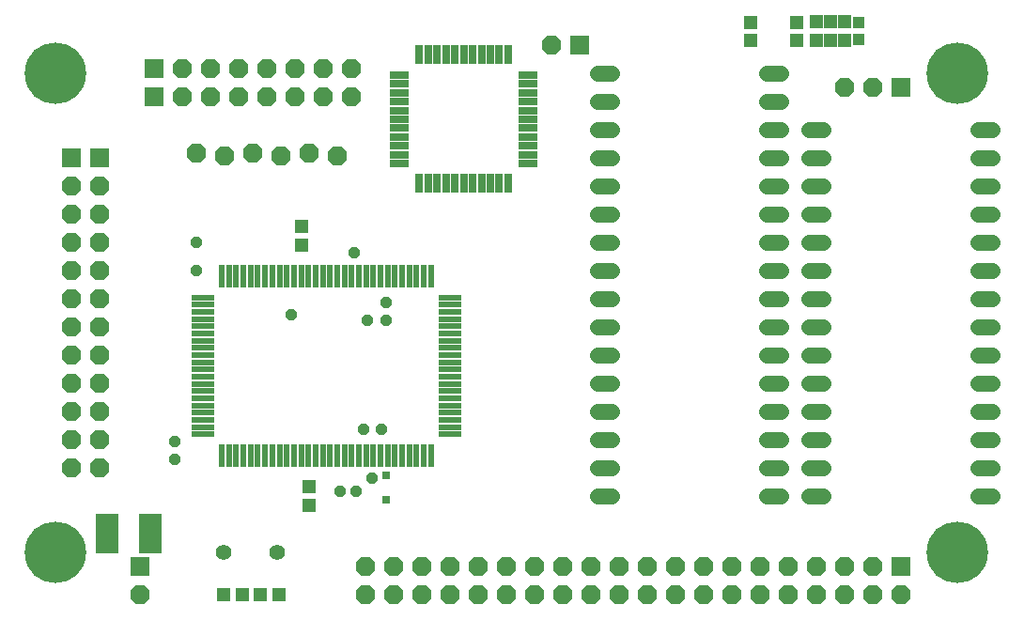
<source format=gts>
G75*
%MOIN*%
%OFA0B0*%
%FSLAX24Y24*%
%IPPOS*%
%LPD*%
%AMOC8*
5,1,8,0,0,1.08239X$1,22.5*
%
%ADD10R,0.0474X0.0513*%
%ADD11R,0.0395X0.0395*%
%ADD12R,0.0513X0.0474*%
%ADD13C,0.2180*%
%ADD14R,0.0237X0.0789*%
%ADD15R,0.0789X0.0237*%
%ADD16C,0.0560*%
%ADD17R,0.0474X0.0474*%
%ADD18R,0.0680X0.0680*%
%ADD19OC8,0.0680*%
%ADD20R,0.0671X0.0277*%
%ADD21R,0.0277X0.0671*%
%ADD22R,0.0316X0.0316*%
%ADD23C,0.0560*%
%ADD24OC8,0.0417*%
%ADD25R,0.0828X0.1419*%
D10*
X029500Y021540D03*
X029500Y022210D03*
D11*
X031000Y022170D03*
X031000Y021580D03*
D12*
X030500Y021540D03*
X030000Y021540D03*
X030000Y022210D03*
X030500Y022210D03*
X011250Y014960D03*
X011250Y014290D03*
X011500Y005710D03*
X011500Y005040D03*
X010460Y001875D03*
X009790Y001875D03*
X009147Y001875D03*
X008478Y001875D03*
D13*
X002500Y003375D03*
X002500Y020375D03*
X034500Y020375D03*
X034500Y003375D03*
D14*
X015836Y006811D03*
X015580Y006811D03*
X015324Y006811D03*
X015068Y006811D03*
X014812Y006811D03*
X014556Y006811D03*
X014300Y006811D03*
X014044Y006811D03*
X013788Y006811D03*
X013532Y006811D03*
X013277Y006811D03*
X013021Y006811D03*
X012765Y006811D03*
X012509Y006811D03*
X012253Y006811D03*
X011997Y006811D03*
X011741Y006811D03*
X011485Y006811D03*
X011229Y006811D03*
X010973Y006811D03*
X010718Y006811D03*
X010462Y006811D03*
X010206Y006811D03*
X009950Y006811D03*
X009694Y006811D03*
X009438Y006811D03*
X009182Y006811D03*
X008926Y006811D03*
X008670Y006811D03*
X008414Y006811D03*
X008414Y013189D03*
X008670Y013189D03*
X008926Y013189D03*
X009182Y013189D03*
X009438Y013189D03*
X009694Y013189D03*
X009950Y013189D03*
X010206Y013189D03*
X010462Y013189D03*
X010718Y013189D03*
X010973Y013189D03*
X011229Y013189D03*
X011485Y013189D03*
X011741Y013189D03*
X011997Y013189D03*
X012253Y013189D03*
X012509Y013189D03*
X012765Y013189D03*
X013021Y013189D03*
X013277Y013189D03*
X013532Y013189D03*
X013788Y013189D03*
X014044Y013189D03*
X014300Y013189D03*
X014556Y013189D03*
X014812Y013189D03*
X015068Y013189D03*
X015324Y013189D03*
X015580Y013189D03*
X015836Y013189D03*
D15*
X016495Y012431D03*
X016495Y012175D03*
X016495Y011919D03*
X016495Y011663D03*
X016495Y011407D03*
X016495Y011152D03*
X016495Y010896D03*
X016495Y010640D03*
X016495Y010384D03*
X016495Y010128D03*
X016495Y009872D03*
X016495Y009616D03*
X016495Y009360D03*
X016495Y009104D03*
X016495Y008848D03*
X016495Y008593D03*
X016495Y008337D03*
X016495Y008081D03*
X016495Y007825D03*
X016495Y007569D03*
X007755Y007569D03*
X007755Y007825D03*
X007755Y008081D03*
X007755Y008337D03*
X007755Y008593D03*
X007755Y008848D03*
X007755Y009104D03*
X007755Y009360D03*
X007755Y009616D03*
X007755Y009872D03*
X007755Y010128D03*
X007755Y010384D03*
X007755Y010640D03*
X007755Y010896D03*
X007755Y011152D03*
X007755Y011407D03*
X007755Y011663D03*
X007755Y011919D03*
X007755Y012175D03*
X007755Y012431D03*
D16*
X021760Y012375D02*
X022240Y012375D01*
X022240Y011375D02*
X021760Y011375D01*
X021760Y010375D02*
X022240Y010375D01*
X022240Y009375D02*
X021760Y009375D01*
X021760Y008375D02*
X022240Y008375D01*
X022240Y007375D02*
X021760Y007375D01*
X021760Y006375D02*
X022240Y006375D01*
X022240Y005375D02*
X021760Y005375D01*
X027760Y005375D02*
X028240Y005375D01*
X029260Y005375D02*
X029740Y005375D01*
X029740Y006375D02*
X029260Y006375D01*
X028240Y006375D02*
X027760Y006375D01*
X027760Y007375D02*
X028240Y007375D01*
X029260Y007375D02*
X029740Y007375D01*
X029740Y008375D02*
X029260Y008375D01*
X028240Y008375D02*
X027760Y008375D01*
X027760Y009375D02*
X028240Y009375D01*
X029260Y009375D02*
X029740Y009375D01*
X029740Y010375D02*
X029260Y010375D01*
X028240Y010375D02*
X027760Y010375D01*
X027760Y011375D02*
X028240Y011375D01*
X029260Y011375D02*
X029740Y011375D01*
X029740Y012375D02*
X029260Y012375D01*
X028240Y012375D02*
X027760Y012375D01*
X027760Y013375D02*
X028240Y013375D01*
X029260Y013375D02*
X029740Y013375D01*
X029740Y014375D02*
X029260Y014375D01*
X028240Y014375D02*
X027760Y014375D01*
X027760Y015375D02*
X028240Y015375D01*
X029260Y015375D02*
X029740Y015375D01*
X029740Y016375D02*
X029260Y016375D01*
X028240Y016375D02*
X027760Y016375D01*
X027760Y017375D02*
X028240Y017375D01*
X029260Y017375D02*
X029740Y017375D01*
X029740Y018375D02*
X029260Y018375D01*
X028240Y018375D02*
X027760Y018375D01*
X027760Y019375D02*
X028240Y019375D01*
X028240Y020375D02*
X027760Y020375D01*
X022240Y020375D02*
X021760Y020375D01*
X021760Y019375D02*
X022240Y019375D01*
X022240Y018375D02*
X021760Y018375D01*
X021760Y017375D02*
X022240Y017375D01*
X022240Y016375D02*
X021760Y016375D01*
X021760Y015375D02*
X022240Y015375D01*
X022240Y014375D02*
X021760Y014375D01*
X021760Y013375D02*
X022240Y013375D01*
X035260Y013375D02*
X035740Y013375D01*
X035740Y012375D02*
X035260Y012375D01*
X035260Y011375D02*
X035740Y011375D01*
X035740Y010375D02*
X035260Y010375D01*
X035260Y009375D02*
X035740Y009375D01*
X035740Y008375D02*
X035260Y008375D01*
X035260Y007375D02*
X035740Y007375D01*
X035740Y006375D02*
X035260Y006375D01*
X035260Y005375D02*
X035740Y005375D01*
X035740Y014375D02*
X035260Y014375D01*
X035260Y015375D02*
X035740Y015375D01*
X035740Y016375D02*
X035260Y016375D01*
X035260Y017375D02*
X035740Y017375D01*
X035740Y018375D02*
X035260Y018375D01*
D17*
X028827Y021560D03*
X028827Y022190D03*
X027173Y022190D03*
X027173Y021560D03*
D18*
X032500Y019875D03*
X021125Y021375D03*
X006000Y020563D03*
X006000Y019563D03*
X004063Y017375D03*
X003063Y017375D03*
X005500Y002875D03*
X032500Y002875D03*
D19*
X031500Y002875D03*
X030500Y002875D03*
X029500Y002875D03*
X028500Y002875D03*
X027500Y002875D03*
X026500Y002875D03*
X025500Y002875D03*
X024500Y002875D03*
X023500Y002875D03*
X022500Y002875D03*
X021500Y002875D03*
X020500Y002875D03*
X019500Y002875D03*
X018500Y002875D03*
X017500Y002875D03*
X016500Y002875D03*
X015500Y002875D03*
X014500Y002875D03*
X013500Y002875D03*
X013500Y001875D03*
X014500Y001875D03*
X015500Y001875D03*
X016500Y001875D03*
X017500Y001875D03*
X018500Y001875D03*
X019500Y001875D03*
X020500Y001875D03*
X021500Y001875D03*
X022500Y001875D03*
X023500Y001875D03*
X024500Y001875D03*
X025500Y001875D03*
X026500Y001875D03*
X027500Y001875D03*
X028500Y001875D03*
X029500Y001875D03*
X030500Y001875D03*
X031500Y001875D03*
X032500Y001875D03*
X012500Y017438D03*
X011500Y017563D03*
X010500Y017438D03*
X009500Y017563D03*
X008500Y017438D03*
X007500Y017563D03*
X007000Y019563D03*
X008000Y019563D03*
X009000Y019563D03*
X010000Y019563D03*
X011000Y019563D03*
X012000Y019563D03*
X013000Y019563D03*
X013000Y020563D03*
X012000Y020563D03*
X011000Y020563D03*
X010000Y020563D03*
X009000Y020563D03*
X008000Y020563D03*
X007000Y020563D03*
X004063Y016375D03*
X003063Y016375D03*
X003063Y015375D03*
X004063Y015375D03*
X004063Y014375D03*
X003063Y014375D03*
X003063Y013375D03*
X004063Y013375D03*
X004063Y012375D03*
X003063Y012375D03*
X003063Y011375D03*
X004063Y011375D03*
X004063Y010375D03*
X003063Y010375D03*
X003063Y009375D03*
X004063Y009375D03*
X004063Y008375D03*
X003063Y008375D03*
X003063Y007375D03*
X004063Y007375D03*
X004063Y006375D03*
X003063Y006375D03*
X005500Y001875D03*
X030500Y019875D03*
X031500Y019875D03*
X020125Y021375D03*
D20*
X019283Y020325D03*
X019283Y020010D03*
X019283Y019695D03*
X019283Y019380D03*
X019283Y019065D03*
X019283Y018750D03*
X019283Y018435D03*
X019283Y018120D03*
X019283Y017805D03*
X019283Y017490D03*
X019283Y017175D03*
X014717Y017175D03*
X014717Y017490D03*
X014717Y017805D03*
X014717Y018120D03*
X014717Y018435D03*
X014717Y018750D03*
X014717Y019065D03*
X014717Y019380D03*
X014717Y019695D03*
X014717Y020010D03*
X014717Y020325D03*
D21*
X015425Y021033D03*
X015740Y021033D03*
X016055Y021033D03*
X016370Y021033D03*
X016685Y021033D03*
X017000Y021033D03*
X017315Y021033D03*
X017630Y021033D03*
X017945Y021033D03*
X018260Y021033D03*
X018575Y021033D03*
X018575Y016467D03*
X018260Y016467D03*
X017945Y016467D03*
X017630Y016467D03*
X017315Y016467D03*
X017000Y016467D03*
X016685Y016467D03*
X016370Y016467D03*
X016055Y016467D03*
X015740Y016467D03*
X015425Y016467D03*
D22*
X014250Y006121D03*
X014250Y005254D03*
D23*
X010388Y003375D03*
X008488Y003375D03*
D24*
X012625Y005563D03*
X013188Y005563D03*
X013750Y006000D03*
X013438Y007750D03*
X014063Y007750D03*
X014250Y011625D03*
X014250Y012250D03*
X013563Y011625D03*
X010875Y011813D03*
X013125Y014000D03*
X007500Y014375D03*
X007500Y013375D03*
X006750Y007313D03*
X006750Y006688D03*
D25*
X005893Y004063D03*
X004357Y004063D03*
M02*

</source>
